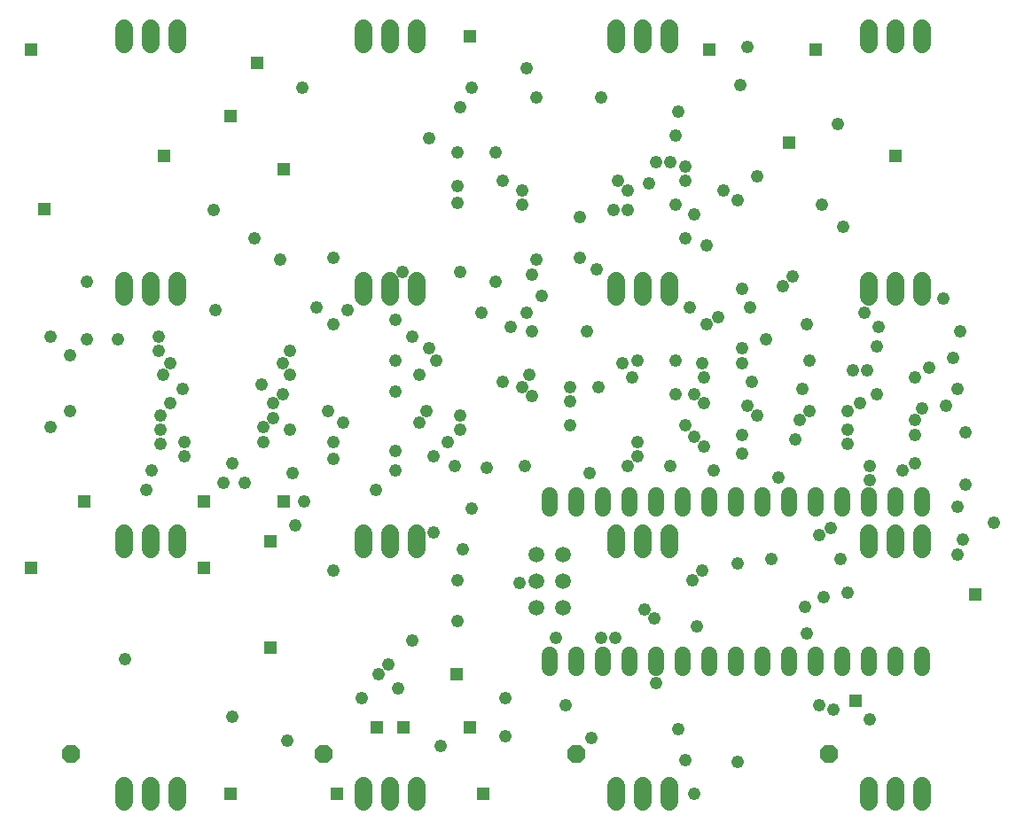
<source format=gbs>
G75*
%MOIN*%
%OFA0B0*%
%FSLAX25Y25*%
%IPPOS*%
%LPD*%
%AMOC8*
5,1,8,0,0,1.08239X$1,22.5*
%
%ADD10C,0.06800*%
%ADD11C,0.05950*%
%ADD12C,0.05950*%
%ADD13OC8,0.06800*%
%ADD14C,0.04800*%
%ADD15R,0.04762X0.04762*%
D10*
X0051800Y0013800D02*
X0051800Y0019800D01*
X0061800Y0019800D02*
X0061800Y0013800D01*
X0071800Y0013800D02*
X0071800Y0019800D01*
X0141800Y0019800D02*
X0141800Y0013800D01*
X0151800Y0013800D02*
X0151800Y0019800D01*
X0161800Y0019800D02*
X0161800Y0013800D01*
X0236800Y0013800D02*
X0236800Y0019800D01*
X0246800Y0019800D02*
X0246800Y0013800D01*
X0256800Y0013800D02*
X0256800Y0019800D01*
X0331800Y0019800D02*
X0331800Y0013800D01*
X0341800Y0013800D02*
X0341800Y0019800D01*
X0351800Y0019800D02*
X0351800Y0013800D01*
X0351800Y0108800D02*
X0351800Y0114800D01*
X0341800Y0114800D02*
X0341800Y0108800D01*
X0331800Y0108800D02*
X0331800Y0114800D01*
X0256800Y0114800D02*
X0256800Y0108800D01*
X0246800Y0108800D02*
X0246800Y0114800D01*
X0236800Y0114800D02*
X0236800Y0108800D01*
X0161800Y0108800D02*
X0161800Y0114800D01*
X0151800Y0114800D02*
X0151800Y0108800D01*
X0141800Y0108800D02*
X0141800Y0114800D01*
X0071800Y0114800D02*
X0071800Y0108800D01*
X0061800Y0108800D02*
X0061800Y0114800D01*
X0051800Y0114800D02*
X0051800Y0108800D01*
X0051800Y0203800D02*
X0051800Y0209800D01*
X0061800Y0209800D02*
X0061800Y0203800D01*
X0071800Y0203800D02*
X0071800Y0209800D01*
X0141800Y0209800D02*
X0141800Y0203800D01*
X0151800Y0203800D02*
X0151800Y0209800D01*
X0161800Y0209800D02*
X0161800Y0203800D01*
X0236800Y0203800D02*
X0236800Y0209800D01*
X0246800Y0209800D02*
X0246800Y0203800D01*
X0256800Y0203800D02*
X0256800Y0209800D01*
X0331800Y0209800D02*
X0331800Y0203800D01*
X0341800Y0203800D02*
X0341800Y0209800D01*
X0351800Y0209800D02*
X0351800Y0203800D01*
X0351800Y0298800D02*
X0351800Y0304800D01*
X0341800Y0304800D02*
X0341800Y0298800D01*
X0331800Y0298800D02*
X0331800Y0304800D01*
X0256800Y0304800D02*
X0256800Y0298800D01*
X0246800Y0298800D02*
X0246800Y0304800D01*
X0236800Y0304800D02*
X0236800Y0298800D01*
X0161800Y0298800D02*
X0161800Y0304800D01*
X0151800Y0304800D02*
X0151800Y0298800D01*
X0141800Y0298800D02*
X0141800Y0304800D01*
X0071800Y0304800D02*
X0071800Y0298800D01*
X0061800Y0298800D02*
X0061800Y0304800D01*
X0051800Y0304800D02*
X0051800Y0298800D01*
D11*
X0211800Y0129375D02*
X0211800Y0124225D01*
X0221800Y0124225D02*
X0221800Y0129375D01*
X0231800Y0129375D02*
X0231800Y0124225D01*
X0241800Y0124225D02*
X0241800Y0129375D01*
X0251800Y0129375D02*
X0251800Y0124225D01*
X0261800Y0124225D02*
X0261800Y0129375D01*
X0271800Y0129375D02*
X0271800Y0124225D01*
X0281800Y0124225D02*
X0281800Y0129375D01*
X0291800Y0129375D02*
X0291800Y0124225D01*
X0301800Y0124225D02*
X0301800Y0129375D01*
X0311800Y0129375D02*
X0311800Y0124225D01*
X0321800Y0124225D02*
X0321800Y0129375D01*
X0331800Y0129375D02*
X0331800Y0124225D01*
X0341800Y0124225D02*
X0341800Y0129375D01*
X0351800Y0129375D02*
X0351800Y0124225D01*
X0351800Y0069375D02*
X0351800Y0064225D01*
X0341800Y0064225D02*
X0341800Y0069375D01*
X0331800Y0069375D02*
X0331800Y0064225D01*
X0321800Y0064225D02*
X0321800Y0069375D01*
X0311800Y0069375D02*
X0311800Y0064225D01*
X0301800Y0064225D02*
X0301800Y0069375D01*
X0291800Y0069375D02*
X0291800Y0064225D01*
X0281800Y0064225D02*
X0281800Y0069375D01*
X0271800Y0069375D02*
X0271800Y0064225D01*
X0261800Y0064225D02*
X0261800Y0069375D01*
X0251800Y0069375D02*
X0251800Y0064225D01*
X0241800Y0064225D02*
X0241800Y0069375D01*
X0231800Y0069375D02*
X0231800Y0064225D01*
X0221800Y0064225D02*
X0221800Y0069375D01*
X0211800Y0069375D02*
X0211800Y0064225D01*
D12*
X0206800Y0086800D03*
X0206800Y0096800D03*
X0206800Y0106800D03*
X0216800Y0106800D03*
X0216800Y0096800D03*
X0216800Y0086800D03*
D13*
X0031800Y0031800D03*
X0126800Y0031800D03*
X0221800Y0031800D03*
X0316800Y0031800D03*
D14*
X0332100Y0045000D03*
X0318600Y0048600D03*
X0313200Y0050400D03*
X0282600Y0028800D03*
X0266400Y0017100D03*
X0262800Y0029700D03*
X0260100Y0041400D03*
X0252000Y0058500D03*
X0236700Y0075600D03*
X0231300Y0075600D03*
X0247500Y0086400D03*
X0251100Y0082800D03*
X0267300Y0080100D03*
X0265500Y0097200D03*
X0269100Y0100800D03*
X0282600Y0103500D03*
X0295200Y0105300D03*
X0313200Y0114300D03*
X0317700Y0117000D03*
X0321300Y0105300D03*
X0324000Y0092700D03*
X0315000Y0090900D03*
X0307800Y0087300D03*
X0308700Y0077400D03*
X0365400Y0107100D03*
X0367200Y0112500D03*
X0378900Y0118800D03*
X0365400Y0125100D03*
X0368100Y0133200D03*
X0349200Y0141300D03*
X0344700Y0138600D03*
X0332100Y0140400D03*
X0332100Y0135000D03*
X0324000Y0148500D03*
X0324000Y0153900D03*
X0324000Y0161100D03*
X0328500Y0163800D03*
X0334800Y0167400D03*
X0331200Y0176400D03*
X0325800Y0176400D03*
X0334800Y0185400D03*
X0335700Y0192600D03*
X0330300Y0198000D03*
X0308700Y0193500D03*
X0309600Y0180000D03*
X0306900Y0169200D03*
X0309600Y0161100D03*
X0306000Y0157500D03*
X0304200Y0150300D03*
X0289800Y0159300D03*
X0286200Y0162900D03*
X0288000Y0171900D03*
X0284400Y0179100D03*
X0284400Y0184500D03*
X0293400Y0188100D03*
X0287100Y0199800D03*
X0284400Y0207000D03*
X0275400Y0196200D03*
X0270900Y0193500D03*
X0264600Y0199800D03*
X0259200Y0180000D03*
X0269100Y0179100D03*
X0270000Y0173700D03*
X0266400Y0167400D03*
X0270000Y0163800D03*
X0259200Y0167400D03*
X0262800Y0155700D03*
X0266400Y0151200D03*
X0270000Y0147600D03*
X0273600Y0138600D03*
X0284400Y0144900D03*
X0284400Y0152100D03*
X0297900Y0135900D03*
X0257400Y0140400D03*
X0244800Y0144000D03*
X0241200Y0140400D03*
X0244800Y0149400D03*
X0226800Y0137700D03*
X0219600Y0155700D03*
X0219600Y0164700D03*
X0219600Y0170100D03*
X0230400Y0170100D03*
X0239400Y0179100D03*
X0244800Y0180000D03*
X0243000Y0173700D03*
X0225900Y0190800D03*
X0205200Y0190800D03*
X0197100Y0192600D03*
X0203400Y0198000D03*
X0208800Y0204300D03*
X0205200Y0212400D03*
X0207000Y0217800D03*
X0191700Y0209700D03*
X0186300Y0198000D03*
X0178200Y0213300D03*
X0156600Y0213300D03*
X0153900Y0195300D03*
X0160200Y0189000D03*
X0166500Y0184500D03*
X0169200Y0180000D03*
X0162900Y0174600D03*
X0153900Y0180000D03*
X0153900Y0168300D03*
X0165600Y0161100D03*
X0162900Y0156600D03*
X0173700Y0149400D03*
X0168300Y0144000D03*
X0176400Y0140400D03*
X0188100Y0139500D03*
X0202500Y0140400D03*
X0182700Y0124200D03*
X0168300Y0115200D03*
X0179100Y0108900D03*
X0177300Y0097200D03*
X0177300Y0081900D03*
X0160200Y0074700D03*
X0151200Y0065700D03*
X0147600Y0062100D03*
X0154800Y0056700D03*
X0141300Y0053100D03*
X0113400Y0036900D03*
X0092700Y0045900D03*
X0052200Y0067500D03*
X0116100Y0117900D03*
X0119700Y0126900D03*
X0115200Y0137700D03*
X0104400Y0149400D03*
X0104400Y0154800D03*
X0108000Y0158400D03*
X0114300Y0153900D03*
X0108000Y0163800D03*
X0111600Y0167400D03*
X0114300Y0174600D03*
X0111600Y0179100D03*
X0114300Y0183600D03*
X0103500Y0171000D03*
X0128700Y0161100D03*
X0134100Y0156600D03*
X0130500Y0149400D03*
X0130500Y0143100D03*
X0146700Y0131400D03*
X0153900Y0138600D03*
X0153900Y0145800D03*
X0178200Y0153900D03*
X0178200Y0159300D03*
X0194400Y0171900D03*
X0201600Y0170100D03*
X0205200Y0166500D03*
X0204300Y0174600D03*
X0229500Y0214200D03*
X0223200Y0218700D03*
X0223200Y0234000D03*
X0235800Y0236700D03*
X0241200Y0236700D03*
X0241200Y0243900D03*
X0237600Y0247500D03*
X0249300Y0246600D03*
X0252000Y0254700D03*
X0257400Y0254700D03*
X0262800Y0252900D03*
X0262800Y0247500D03*
X0259200Y0238500D03*
X0266400Y0234900D03*
X0262800Y0225900D03*
X0270900Y0223200D03*
X0282600Y0240300D03*
X0277200Y0243900D03*
X0289800Y0249300D03*
X0314100Y0238500D03*
X0322200Y0230400D03*
X0303300Y0211500D03*
X0299700Y0207900D03*
X0349200Y0173700D03*
X0354600Y0177300D03*
X0363600Y0180900D03*
X0366300Y0190800D03*
X0360000Y0203400D03*
X0365400Y0169200D03*
X0360900Y0162900D03*
X0351900Y0162000D03*
X0349200Y0157500D03*
X0349200Y0152100D03*
X0368100Y0153000D03*
X0259200Y0264600D03*
X0260100Y0273600D03*
X0283500Y0283500D03*
X0286200Y0297900D03*
X0320400Y0269100D03*
X0231300Y0279000D03*
X0207000Y0279000D03*
X0203400Y0289800D03*
X0182700Y0282600D03*
X0178200Y0275400D03*
X0166500Y0263700D03*
X0177300Y0258300D03*
X0177300Y0245700D03*
X0177300Y0239400D03*
X0194400Y0247500D03*
X0201600Y0243900D03*
X0201600Y0238500D03*
X0191700Y0258300D03*
X0130500Y0218700D03*
X0110700Y0217800D03*
X0100800Y0225900D03*
X0085500Y0236700D03*
X0086400Y0198900D03*
X0064800Y0189000D03*
X0064800Y0183600D03*
X0069300Y0179100D03*
X0066600Y0174600D03*
X0073800Y0169200D03*
X0069300Y0163800D03*
X0065700Y0159300D03*
X0065700Y0153900D03*
X0065700Y0148500D03*
X0074700Y0149400D03*
X0074700Y0144000D03*
X0062100Y0138600D03*
X0060300Y0131400D03*
X0089100Y0134100D03*
X0092700Y0141300D03*
X0097200Y0134100D03*
X0130500Y0100800D03*
X0195300Y0053100D03*
X0195300Y0038700D03*
X0171000Y0035100D03*
X0217800Y0050400D03*
X0227700Y0037800D03*
X0214200Y0075600D03*
X0200700Y0096300D03*
X0130500Y0193500D03*
X0135900Y0198900D03*
X0124200Y0199800D03*
X0049500Y0188100D03*
X0037800Y0188100D03*
X0031500Y0181800D03*
X0024300Y0189000D03*
X0037800Y0209700D03*
X0031500Y0161100D03*
X0024300Y0154800D03*
X0118800Y0282600D03*
D15*
X0101800Y0291800D03*
X0091800Y0271800D03*
X0111800Y0251800D03*
X0066800Y0256800D03*
X0021800Y0236800D03*
X0016800Y0296800D03*
X0181800Y0301800D03*
X0271800Y0296800D03*
X0311800Y0296800D03*
X0301800Y0261800D03*
X0341800Y0256800D03*
X0371800Y0091800D03*
X0326800Y0051800D03*
X0186800Y0016800D03*
X0181800Y0041800D03*
X0176800Y0061800D03*
X0156800Y0041800D03*
X0146800Y0041800D03*
X0131800Y0016800D03*
X0091800Y0016800D03*
X0106800Y0071800D03*
X0081800Y0101800D03*
X0106800Y0111800D03*
X0111800Y0126800D03*
X0081800Y0126800D03*
X0036800Y0126800D03*
X0016800Y0101800D03*
M02*

</source>
